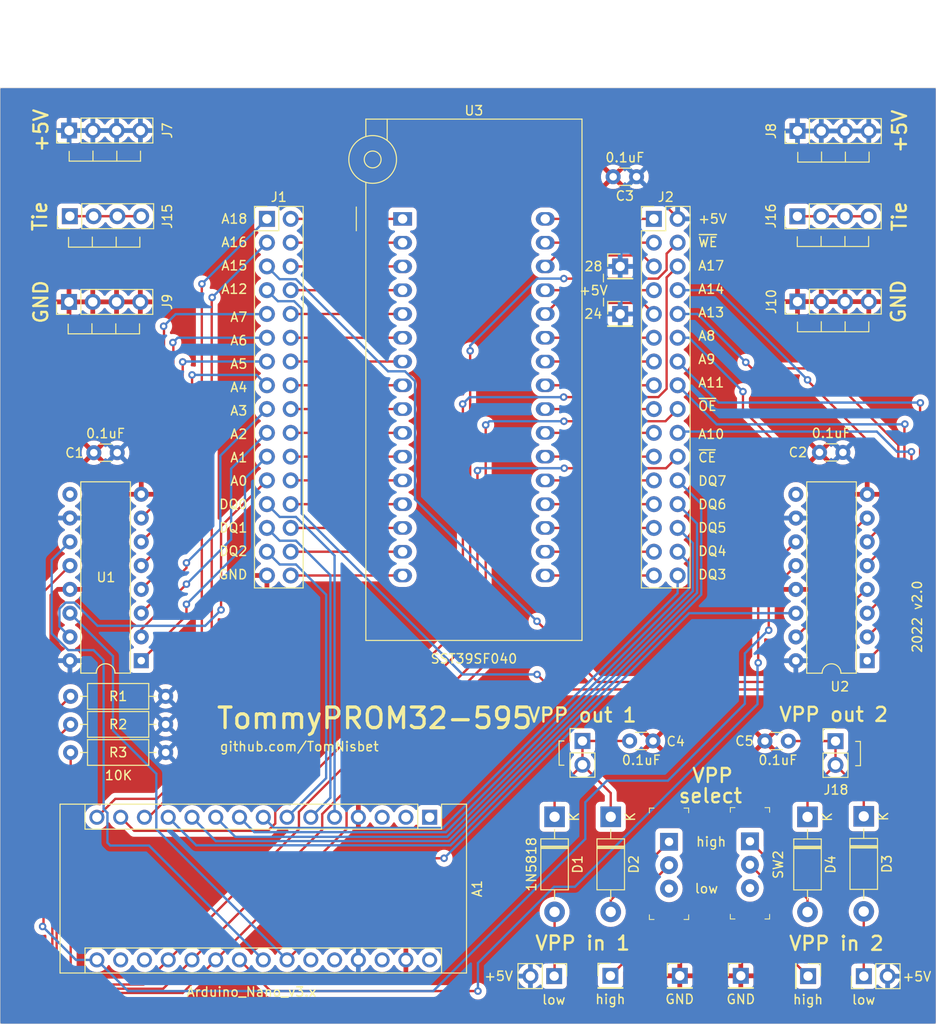
<source format=kicad_pcb>
(kicad_pcb (version 20240108) (generator "pcbnew") (generator_version "8.0")
  (layers (0 "F.Cu" signal) (31 "B.Cu" signal) (36 "B.SilkS" user "B.Silkscreen") (37 "F.SilkS" user "F.Silkscreen") (38 "B.Mask" user) (39 "F.Mask" user) (44 "Edge.Cuts" user))
  (net 0 "")
  (net 1 "A18")
  (net 3 "A17")
  (net 4 "GND")
  (net 5 "A16")
  (net 7 "DQ7")
  (net 8 "DQ6")
  (net 10 "DQ5")
  (net 12 "DQ4")
  (net 13 "/AD-BIT")
  (net 14 "DQ3")
  (net 15 "/CLK-LO")
  (net 16 "DQ2")
  (net 17 "/CLK-HI")
  (net 18 "DQ1")
  (net 19 "~{OE}")
  (net 20 "DQ0")
  (net 21 "~{CE}")
  (net 22 "~{WE}")
  (net 24 "Net-(A1-D13)")
  (net 29 "Net-(D1-K)")
  (net 30 "Net-(D3-K)")
  (net 31 "Net-(D1-A)")
  (net 32 "Net-(D2-A)")
  (net 33 "Net-(D3-A)")
  (net 34 "Net-(D4-A)")
  (net 35 "Net-(J1-Pin_6)")
  (net 36 "Net-(J1-Pin_4)")
  (net 37 "Net-(J1-Pin_12)")
  (net 38 "A0")
  (net 39 "A1")
  (net 40 "A2")
  (net 41 "A3")
  (net 42 "A4")
  (net 43 "A5")
  (net 44 "A6")
  (net 45 "A7")
  (net 46 "A12")
  (net 47 "A15")
  (net 48 "A14")
  (net 49 "A13")
  (net 50 "A8")
  (net 51 "A9")
  (net 52 "A11")
  (net 53 "A10")
  (net 54 "Net-(J1-Pin_20)")
  (net 55 "Net-(J1-Pin_28)")
  (net 56 "Net-(J1-Pin_22)")
  (net 57 "Net-(J1-Pin_18)")
  (net 58 "Net-(J1-Pin_16)")
  (net 59 "Net-(J1-Pin_14)")
  (net 60 "Net-(J1-Pin_24)")
  (net 61 "Net-(J1-Pin_2)")
  (net 62 "Net-(J1-Pin_30)")
  (net 63 "Net-(J1-Pin_32)")
  (net 64 "Net-(J1-Pin_10)")
  (net 65 "Net-(J1-Pin_8)")
  (net 66 "Net-(J1-Pin_26)")
  (net 67 "Net-(J2-Pin_11)")
  (net 68 "Net-(J2-Pin_13)")
  (net 69 "Net-(J2-Pin_29)")
  (net 70 "Net-(J2-Pin_1)")
  (net 71 "Net-(J2-Pin_23)")
  (net 72 "Net-(J2-Pin_9)")
  (net 73 "Net-(J2-Pin_15)")
  (net 74 "Net-(J2-Pin_7)")
  (net 75 "Net-(J2-Pin_21)")
  (net 76 "Net-(J2-Pin_5)")
  (net 77 "Net-(J2-Pin_3)")
  (net 78 "Net-(J2-Pin_27)")
  (net 79 "Net-(J2-Pin_25)")
  (net 80 "Net-(J2-Pin_17)")
  (net 81 "Net-(J2-Pin_19)")
  (net 82 "Net-(J2-Pin_31)")
  (net 83 "Net-(J5-Pin_1)")
  (net 84 "Net-(J15-Pin_1)")
  (net 85 "Net-(J16-Pin_1)")
  (net 86 "Net-(J17-Pin_1)")
  (net 88 "+5V")
  (footprint "Module:Arduino_Nano" (layer "F.Cu") (at 100.89 112.93 -90)
    (property "Reference" "A1")
    (property "Value" "Arduino_Nano_v3.x")
  )
  (footprint "Capacitor_THT:C_Disc_D3.0mm_W1.6mm_P2.50mm" (layer "F.Cu") (at 145.05 73.95 180)
    (property "Reference" "C2")
    (property "Value" "0.1uF")
  )
  (footprint "Capacitor_THT:C_Disc_D3.0mm_W1.6mm_P2.50mm" (layer "F.Cu") (at 123 44.5 180)
    (property "Reference" "C3")
    (property "Value" "0.1uF")
  )
  (footprint "Capacitor_THT:C_Disc_D3.0mm_W1.6mm_P2.50mm" (layer "F.Cu") (at 67.5 73.98 180)
    (property "Reference" "C1")
    (property "Value" "0.1uF")
  )
  (footprint "Diode_THT:D_DO-41_SOD81_P10.16mm_Horizontal" (layer "F.Cu") (at 114.24 112.88 -90)
    (property "Reference" "D1")
    (property "Value" "1N5818")
  )
  (footprint "Diode_THT:D_DO-41_SOD81_P10.16mm_Horizontal" (layer "F.Cu") (at 120.24 112.88 -90)
    (property "Reference" "D2")
    (property "Value" "1N5818")
  )
  (footprint "Connector_PinHeader_2.54mm:PinHeader_2x16_P2.54mm_Vertical" (layer "F.Cu") (at 83.5 49)
    (property "Reference" "J1")
    (property "Value" "left")
  )
  (footprint "Connector_PinHeader_2.54mm:PinHeader_2x16_P2.54mm_Vertical" (layer "F.Cu") (at 124.85 49)
    (property "Reference" "J2")
    (property "Value" "right")
  )
  (footprint "Connector_PinHeader_2.54mm:PinHeader_1x01_P2.54mm_Vertical" (layer "F.Cu") (at 121.25 54.08)
    (property "Reference" "J3")
    (property "Value" "PWR28")
  )
  (footprint "Connector_PinHeader_2.54mm:PinHeader_1x01_P2.54mm_Vertical" (layer "F.Cu") (at 121.25 59.16)
    (property "Reference" "J4")
    (property "Value" "PWR24")
  )
  (footprint "Connector_PinHeader_2.54mm:PinHeader_1x01_P2.54mm_Vertical" (layer "F.Cu") (at 120.21 129.87)
    (property "Reference" "J5")
    (property "Value" "high")
  )
  (footprint "Connector_PinHeader_2.54mm:PinHeader_1x02_P2.54mm_Vertical" (layer "F.Cu") (at 114.2 129.9 -90)
    (property "Reference" "J6")
    (property "Value" "low")
  )
  (footprint "Connector_PinHeader_2.54mm:PinHeader_1x04_P2.54mm_Vertical" (layer "F.Cu") (at 62.36 39.56 90)
    (property "Reference" "J7")
    (property "Value" "+5V")
  )
  (footprint "Connector_PinHeader_2.54mm:PinHeader_1x04_P2.54mm_Vertical" (layer "F.Cu") (at 140.2 39.61 90)
    (property "Reference" "J8")
    (property "Value" "+5V")
  )
  (footprint "Connector_PinHeader_2.54mm:PinHeader_1x04_P2.54mm_Vertical" (layer "F.Cu") (at 62.35 57.87 90)
    (property "Reference" "J9")
    (property "Value" "GND")
  )
  (footprint "Connector_PinHeader_2.54mm:PinHeader_1x04_P2.54mm_Vertical" (layer "F.Cu") (at 140.2 57.84 90)
    (property "Reference" "J10")
    (property "Value" "GND")
  )
  (footprint "Resistor_THT:R_Axial_DIN0207_L6.3mm_D2.5mm_P10.16mm_Horizontal" (layer "F.Cu") (at 72.68 103.01 180)
    (property "Reference" "R2")
    (property "Value" "10K")
  )
  (footprint "Resistor_THT:R_Axial_DIN0207_L6.3mm_D2.5mm_P10.16mm_Horizontal" (layer "F.Cu") (at 72.68 106.01 180)
    (property "Reference" "R3")
    (property "Value" "10K")
  )
  (footprint "digikey-footprints:Switch_Slide_11.6x4mm_EG1218" (layer "F.Cu") (at 126.47 115.55 -90)
    (property "Reference" "SW1")
    (property "Value" "SW_SPDT")
  )
  (footprint "Socket:DIP_Socket-32_W11.9_W12.7_W15.24_W17.78_W18.5_3M_232-1285-00-0602J" (layer "F.Cu") (at 98 49)
    (property "Reference" "U3")
    (property "Value" "SST39SF040")
  )
  (footprint "Resistor_THT:R_Axial_DIN0207_L6.3mm_D2.5mm_P10.16mm_Horizontal" (layer "F.Cu") (at 72.68 100.01 180)
    (property "Reference" "R1")
    (property "Value" "10K")
  )
  (footprint "Connector_PinHeader_2.54mm:PinHeader_1x01_P2.54mm_Vertical" (layer "F.Cu") (at 127.62 129.87)
    (property "Reference" "J14")
    (property "Value" "GND")
  )
  (footprint "Connector_PinHeader_2.54mm:PinHeader_1x02_P2.54mm_Vertical" (layer "F.Cu") (at 117.22 104.78)
    (property "Reference" "J11")
    (property "Value" "VPP out 1")
  )
  (footprint "Connector_PinHeader_2.54mm:PinHeader_1x04_P2.54mm_Vertical" (layer "F.Cu") (at 62.44 48.715 90)
    (property "Reference" "J15")
    (property "Value" "Tie")
  )
  (footprint "Diode_THT:D_DO-41_SOD81_P10.16mm_Horizontal" (layer "F.Cu") (at 141.27 112.89 -90)
    (property "Reference" "D4")
    (property "Value" "1N5818")
  )
  (footprint "Connector_PinHeader_2.54mm:PinHeader_1x02_P2.54mm_Vertical" (layer "F.Cu") (at 147.29 129.91 90)
    (property "Reference" "J13")
    (property "Value" "low")
  )
  (footprint "Connector_PinHeader_2.54mm:PinHeader_1x01_P2.54mm_Vertical" (layer "F.Cu") (at 141.33 129.9 -90)
    (property "Reference" "J17")
    (property "Value" "high")
  )
  (footprint "digikey-footprints:Switch_Slide_11.6x4mm_EG1218" (layer "F.Cu") (at 135.12 115.5 -90)
    (property "Reference" "SW2")
    (property "Value" "SW_SPDT")
  )
  (footprint "Diode_THT:D_DO-41_SOD81_P10.16mm_Horizontal" (layer "F.Cu") (at 147.28 112.83 -90)
    (property "Reference" "D3")
    (property "Value" "1N5818")
  )
  (footprint "Connector_PinHeader_2.54mm:PinHeader_1x02_P2.54mm_Vertical" (layer "F.Cu") (at 144.26 104.8)
    (property "Reference" "J18")
    (property "Value" "VPP out 2")
  )
  (footprint "Capacitor_THT:C_Disc_D3.0mm_W1.6mm_P2.50mm" (layer "F.Cu") (at 122.26 104.78)
    (property "Reference" "C4")
    (property "Value" "0.1uF")
  )
  (footprint "Capacitor_THT:C_Disc_D3.0mm_W1.6mm_P2.50mm" (layer "F.Cu") (at 139.22 104.79 180)
    (property "Reference" "C5")
    (property "Value" "0.1uF")
  )
  (footprint "Connector_PinHeader_2.54mm:PinHeader_1x01_P2.54mm_Vertical" (layer "F.Cu") (at 134.14 129.87)
    (property "Reference" "J19")
    (property "Value" "GND")
  )
  (footprint "Connector_PinHeader_2.54mm:PinHeader_1x04_P2.54mm_Vertical" (layer "F.Cu") (at 140.19 48.725 90)
    (property "Reference" "J16")
    (property "Value" "Tie")
  )
  (footprint "Package_DIP:DIP-16_W7.62mm" (layer "F.Cu") (at 147.645 96.205 180)
    (property "Reference" "U2")
    (property "Value" "74HC595")
  )
  (footprint "Package_DIP:DIP-16_W7.62mm" (layer "F.Cu") (at 70.07 96.2 180)
    (property "Reference" "U1")
    (property "Value" "74HC595")
  )
  (gr_line (start 119.47 57.47) (end 119.47 58.31) (stroke (width 0.12)) (layer "F.SilkS"))
  (gr_line (start 146.41 107.42) (end 146.93 107.42) (stroke (width 0.12)) (layer "F.SilkS"))
  (gr_line (start 146.92 104.83) (end 146.41 104.83) (stroke (width 0.12)) (layer "F.SilkS"))
  (gr_line (start 146.93 107.42) (end 146.92 104.83) (stroke (width 0.12)) (layer "F.SilkS"))
  (gr_line (start 145.29 61.06) (end 145.29 59.99) (stroke (width 0.12)) (layer "F.SilkS"))
  (gr_line (start 142.74 61.05) (end 142.74 59.98) (stroke (width 0.12)) (layer "F.SilkS"))
  (gr_line (start 147.8 51.95) (end 147.8 50.88) (stroke (width 0.12)) (layer "F.SilkS"))
  (gr_line (start 145.27 51.95) (end 145.27 50.88) (stroke (width 0.12)) (layer "F.SilkS"))
  (gr_line (start 140.18 51.95) (end 147.8 51.95) (stroke (width 0.12)) (layer "F.SilkS"))
  (gr_line (start 140.18 50.91) (end 140.18 51.95) (stroke (width 0.12)) (layer "F.SilkS"))
  (gr_line (start 142.72 51.94) (end 142.72 50.87) (stroke (width 0.12)) (layer "F.SilkS"))
  (gr_line (start 140.23 41.89) (end 140.23 42.93) (stroke (width 0.12)) (layer "F.SilkS"))
  (gr_line (start 145.32 42.93) (end 145.32 41.86) (stroke (width 0.12)) (layer "F.SilkS"))
  (gr_line (start 142.77 42.92) (end 142.77 41.85) (stroke (width 0.12)) (layer "F.SilkS"))
  (gr_line (start 140.23 42.93) (end 147.85 42.93) (stroke (width 0.12)) (layer "F.SilkS"))
  (gr_line (start 147.85 42.93) (end 147.85 41.86) (stroke (width 0.12)) (layer "F.SilkS"))
  (gr_line (start 62.37 41.79) (end 62.37 42.83) (stroke (width 0.12)) (layer "F.SilkS"))
  (gr_line (start 64.91 42.82) (end 64.91 41.75) (stroke (width 0.12)) (layer "F.SilkS"))
  (gr_line (start 69.99 42.83) (end 69.99 41.76) (stroke (width 0.12)) (layer "F.SilkS"))
  (gr_line (start 67.46 42.83) (end 67.46 41.76) (stroke (width 0.12)) (layer "F.SilkS"))
  (gr_line (start 62.37 42.83) (end 69.99 42.83) (stroke (width 0.12)) (layer "F.SilkS"))
  (gr_line (start 62.3 50.98) (end 62.3 52.02) (stroke (width 0.12)) (layer "F.SilkS"))
  (gr_line (start 69.92 52.02) (end 69.92 50.95) (stroke (width 0.12)) (layer "F.SilkS"))
  (gr_line (start 64.84 52.01) (end 64.84 50.94) (stroke (width 0.12)) (layer "F.SilkS"))
  (gr_line (start 67.39 52.02) (end 67.39 50.95) (stroke (width 0.12)) (layer "F.SilkS"))
  (gr_line (start 62.3 52.02) (end 69.92 52.02) (stroke (width 0.12)) (layer "F.SilkS"))
  (gr_line (start 62.26 61.28) (end 69.88 61.28) (stroke (width 0.12)) (layer "F.SilkS"))
  (gr_line (start 67.35 61.28) (end 67.35 60.21) (stroke (width 0.12)) (layer "F.SilkS"))
  (gr_line (start 69.88 61.28) (end 69.88 60.21) (stroke (width 0.12)) (layer "F.SilkS"))
  (gr_line (start 64.8 61.27) (end 64.8 60.2) (stroke (width 0.12)) (layer "F.SilkS"))
  (gr_line (start 62.26 60.24) (end 62.26 61.28) (stroke (width 0.12)) (layer "F.SilkS"))
  (gr_line (start 114.72 104.78) (end 114.73 107.37) (stroke (width 0.12)) (layer "F.SilkS"))
  (gr_line (start 114.73 107.37) (end 115.24 107.37) (stroke (width 0.12)) (layer "F.SilkS"))
  (gr_line (start 140.2 61.06) (end 147.82 61.06) (stroke (width 0.12)) (layer "F.SilkS"))
  (gr_line (start 140.2 60.02) (end 140.2 61.06) (stroke (width 0.12)) (layer "F.SilkS"))
  (gr_line (start 115.24 104.78) (end 114.72 104.78) (stroke (width 0.12)) (layer "F.SilkS"))
  (gr_line (start 147.82 61.06) (end 147.82 59.99) (stroke (width 0.12)) (layer "F.SilkS"))
  (gr_line (start 119.46 54.9) (end 119.46 55.74) (stroke (width 0.12)) (layer "F.SilkS"))
  (gr_line (start 155 35) (end 55 35) (stroke (width 0.05)) (layer "Edge.Cuts"))
  (gr_line (start 155 135) (end 155 35) (stroke (width 0.05)) (layer "Edge.Cuts"))
  (gr_line (start 55 135) (end 155 135) (stroke (width 0.05)) (layer "Edge.Cuts"))
  (gr_line (start 55 35) (end 55 135) (stroke (width 0.05)) (layer "Edge.Cuts"))
  (gr_text "+5V" (at 129.5 49 0) (layer "F.SilkS") (effects (font (size 1 1)) (justify left)))
  (gr_text "~{WE}" (at 129.5 51.5 0) (layer "F.SilkS") (effects (font (size 1 1)) (justify left)))
  (gr_text "A17" (at 129.5 54 0) (layer "F.SilkS") (effects (font (size 1 1)) (justify left)))
  (gr_text "A14" (at 129.5 56.5 0) (layer "F.SilkS") (effects (font (size 1 1)) (justify left)))
  (gr_text "A13" (at 129.5 59 0) (layer "F.SilkS") (effects (font (size 1 1)) (justify left)))
  (gr_text "A8" (at 129.5 61.5 0) (layer "F.SilkS") (effects (font (size 1 1)) (justify left)))
  (gr_text "A9" (at 129.5 64 0) (layer "F.SilkS") (effects (font (size 1 1)) (justify left)))
  (gr_text "A11" (at 129.5 66.5 0) (layer "F.SilkS") (effects (font (size 1 1)) (justify left)))
  (gr_text "~{OE}" (at 129.5 69 0) (layer "F.SilkS") (effects (font (size 1 1)) (justify left)))
  (gr_text "A10" (at 129.5 72 0) (layer "F.SilkS") (effects (font (size 1 1)) (justify left)))
  (gr_text "~{CE}" (at 129.5 74.5 0) (layer "F.SilkS") (effects (font (size 1 1)) (justify left)))
  (gr_text "DQ7" (at 129.5 77 0) (layer "F.SilkS") (effects (font (size 1 1)) (justify left)))
  (gr_text "DQ4" (at 129.5 84.5 0) (layer "F.SilkS") (effects (font (size 1 1)) (justify left)))
  (gr_text "DQ5" (at 129.5 82 0) (layer "F.SilkS") (effects (font (size 1 1)) (justify left)))
  (gr_text "DQ6" (at 129.5 79.5 0) (layer "F.SilkS") (effects (font (size 1 1)) (justify left)))
  (gr_text "DQ2" (at 81.5 84.5 0) (layer "F.SilkS") (effects (font (size 1 1)) (justify right)))
  (gr_text "DQ1" (at 81.5 82 0) (layer "F.SilkS") (effects (font (size 1 1)) (justify right)))
  (gr_text "DQ0" (at 81.5 79.5 0) (layer "F.SilkS") (effects (font (size 1 1)) (justify right)))
  (gr_text "A0" (at 81.5 77 0) (layer "F.SilkS") (effects (font (size 1 1)) (justify right)))
  (gr_text "A1" (at 81.5 74.5 0) (layer "F.SilkS") (effects (font (size 1 1)) (justify right)))
  (gr_text "A2" (at 81.5 72 0) (layer "F.SilkS") (effects (font (size 1 1)) (justify right)))
  (gr_text "A3" (at 81.5 69.5 0) (layer "F.SilkS") (effects (font (size 1 1)) (justify right)))
  (gr_text "A4" (at 81.5 67 0) (layer "F.SilkS") (effects (font (size 1 1)) (justify right)))
  (gr_text "A5" (at 81.5 64.5 0) (layer "F.SilkS") (effects (font (size 1 1)) (justify right)))
  (gr_text "A6" (at 81.5 62 0) (layer "F.SilkS") (effects (font (size 1 1)) (justify right)))
  (gr_text "A7" (at 81.5 59.5 0) (layer "F.SilkS") (effects (font (size 1 1)) (justify right)))
  (gr_text "A12" (at 81.5 56.5 0) (layer "F.SilkS") (effects (font (size 1 1)) (justify right)))
  (gr_text "A15" (at 81.5 54 0) (layer "F.SilkS") (effects (font (size 1 1)) (justify right)))
  (gr_text "A16" (at 81.5 51.5 0) (layer "F.SilkS") (effects (font (size 1 1)) (justify right)))
  (gr_text "A18" (at 81.5 49 0) (layer "F.SilkS") (effects (font (size 1 1)) (justify right)))
  (gr_text "VPP in 1" (at 117.24 126.38 0) (layer "F.SilkS") (effects (font (size 1.5 1.5) (thickness 0.25))))
  (gr_text "VPP in 2" (at 144.36 126.41 0) (layer "F.SilkS") (effects (font (size 1.5 1.5) (thickness 0.25))))
  (gr_text "github.com/TomNisbet" (at 86.96 105.38 0) (layer "F.SilkS") (effects (font (size 1 1))))
  (gr_text "DQ3" (at 129.5 87 0) (layer "F.SilkS") (effects (font (size 1 1)) (justify left)))
  (gr_text "GND" (at 81.5 87 0) (layer "F.SilkS") (effects (font (size 1 1)) (justify right)))
  (gr_text "TommyPROM32-595" (at 77.96 102.35 0) (layer "F.SilkS") (effects (font (size 2.2 2.2) (thickness 0.35)) (justify left)))
  (gr_text "2022 v2.0" (at 153 91.5 90) (layer "F.SilkS") (effects (font (size 1 1))))
  (segment (start 67.3 110.96) (end 71.74359 110.96) (width 0.25) (layer "F.Cu") (net 1))
  (segment (start 76.539989 106.163601) (end 76.539989 55.960011) (width 0.25) (layer "F.Cu") (net 1))
  (segment (start 76.539989 55.960011) (end 76.555 55.945) (width 0.25) (layer "F.Cu") (net 1))
  (segment (start 65.33 112.93) (end 67.3 110.96) (width 0.25) (layer "F.Cu") (net 1))
  (segment (start 71.74359 110.96) (end 76.539989 106.163601) (width 0.25) (layer "F.Cu") (net 1))
  (via (at 76.555 55.945) (size 0.8) (drill 0.4) (layers "F.Cu" "B.Cu") (net 1))
  (segment (start 76.555 55.945) (end 83.5 49) (width 0.25) (layer "B.Cu") (net 1))
  (segment (start 126.214999 67.154003) (end 126.214999 55.255001) (width 0.25) (layer "F.Cu") (net 3))
  (segment (start 67.87 112.93) (end 69.32 114.38) (width 0.25) (layer "F.Cu") (net 3))
  (segment (start 84.39 112.32) (end 104.439998 92.270002) (width 0.25) (layer "F.Cu") (net 3))
  (segment (start 69.32 114.38) (end 83.61 114.38) (width 0.25) (layer "F.Cu") (net 3))
  (segment (start 104.439998 68.780002) (end 104.44 68.78) (width 0.25) (layer "F.Cu") (net 3))
  (segment (start 84.39 113.6) (end 84.39 112.32) (width 0.25) (layer "F.Cu") (net 3))
  (segment (start 104.439998 92.270002) (end 104.439998 68.780002) (width 0.25) (layer "F.Cu") (net 3))
  (segment (start 126.214999 55.255001) (end 127.39 54.08) (width 0.25) (layer "F.Cu") (net 3))
  (segment (start 115.21 68.04) (end 125.329002 68.04) (width 0.25) (layer "F.Cu") (net 3))
  (segment (start 125.329002 68.04) (end 126.214999 67.154003) (width 0.25) (layer "F.Cu") (net 3))
  (segment (start 83.61 114.38) (end 84.39 113.6) (width 0.25) (layer "F.Cu") (net 3))
  (via (at 115.21 68.04) (size 0.8) (drill 0.4) (layers "F.Cu" "B.Cu") (net 3))
  (via (at 104.42 68.78) (size 0.8) (drill 0.4) (layers "F.Cu" "B.Cu") (net 3))
  (segment (start 105.15 68.05) (end 104.42 68.78) (width 0.25) (layer "B.Cu") (net 3))
  (segment (start 115.13 68.05) (end 105.15 68.05) (width 0.25) (layer "B.Cu") (net 3))
  (segment (start 77.6 57.44) (end 77.6 106.175) (width 0.25) (layer "F.Cu") (net 5))
  (segment (start 70.845 112.93) (end 70.41 112.93) (width 0.25) (layer "F.Cu") (net 5))
  (segment (start 77.6 106.175) (end 70.845 112.93) (width 0.25) (layer "F.Cu") (net 5))
  (segment (start 77.645 57.395) (end 77.6 57.44) (width 0.25) (layer "F.Cu") (net 5))
  (via (at 77.645 57.395) (size 0.8) (drill 0.4) (layers "F.Cu" "B.Cu") (net 5))
  (segment (start 77.645 57.395) (end 83.5 51.54) (width 0.25) (layer "B.Cu") (net 5))
  (segment (start 129.915028 88.223207) (end 129.915028 89.134972) (width 0.25) (layer "B.Cu") (net 7))
  (segment (start 129.915034 88.223201) (end 129.915028 88.223207) (width 0.25) (layer "B.Cu") (net 7))
  (segment (start 129.915028 79.465028) (end 129.915028 85.976793) (width 0.25) (layer "B.Cu") (net 7))
  (segment (start 129.915034 85.976799) (end 129.915034 88.223201) (width 0.25) (layer "B.Cu") (net 7))
  (segment (start 129.915028 85.976793) (end 129.915034 85.976799) (width 0.25) (layer "B.Cu") (net 7))
  (segment (start 129.915028 89.134972) (end 103.124959 115.925041) (width 0.25) (layer "B.Cu") (net 7))
  (segment (start 75.945041 115.925041) (end 72.95 112.93) (width 0.25) (layer "B.Cu") (net 7))
  (segment (start 127.39 76.94) (end 129.915028 79.465028) (width 0.25) (layer "B.Cu") (net 7))
  (segment (start 103.124959 115.925041) (end 75.945041 115.925041) (width 0.25) (layer "B.Cu") (net 7))
  (segment (start 102.938559 115.47503) (end 78.03503 115.47503) (width 0.25) (layer "B.Cu") (net 8))
  (segment (start 78.03503 115.47503) (end 75.49 112.93) (width 0.25) (layer "B.Cu") (net 8))
  (segment (start 129.465017 81.555017) (end 129.465017 88.948572) (width 0.25) (layer "B.Cu") (net 8))
  (segment (start 127.39 79.48) (end 129.465017 81.555017) (width 0.25) (layer "B.Cu") (net 8))
  (segment (start 129.465017 88.948572) (end 102.938559 115.47503) (width 0.25) (layer "B.Cu") (net 8))
  (segment (start 129.015006 83.645006) (end 129.015006 88.762172) (width 0.25) (layer "B.Cu") (net 10))
  (segment (start 129.015006 88.762172) (end 102.752159 115.025019) (width 0.25) (layer "B.Cu") (net 10))
  (segment (start 127.39 82.02) (end 129.015006 83.645006) (width 0.25) (layer "B.Cu") (net 10))
  (segment (start 102.752159 115.025019) (end 80.125019 115.025019) (width 0.25) (layer "B.Cu") (net 10))
  (segment (start 80.125019 115.025019) (end 78.03 112.93) (width 0.25) (layer "B.Cu") (net 10))
  (segment (start 127.39 84.56) (end 128.565001 85.735001) (width 0.25) (layer "B.Cu") (net 12))
  (segment (start 128.565001 88.575766) (end 102.620767 114.52) (width 0.25) (layer "B.Cu") (net 12))
  (segment (start 128.565001 85.735001) (end 128.565001 88.575766) (width 0.25) (layer "B.Cu") (net 12))
  (segment (start 82.16 114.52) (end 80.57 112.93) (width 0.25) (layer "B.Cu") (net 12))
  (segment (start 102.620767 114.52) (end 82.16 114.52) (width 0.25) (layer "B.Cu") (net 12))
  (segment (start 96.51 117.31) (end 85.65 128.17) (width 0.25) (layer "F.Cu") (net 13))
  (segment (start 102.43 117.31) (end 96.51 117.31) (width 0.25) (layer "F.Cu") (net 13))
  (via (at 102.43 117.31) (size 0.8) (drill 0.4) (layers "F.Cu" "B.Cu") (net 13))
  (segment (start 71.68 114.2) (end 71.68 108.28) (width 0.25) (layer "B.Cu") (net 13))
  (segment (start 67.05 103.65) (end 67.05 95.72) (width 0.25) (layer "B.Cu") (net 13))
  (segment (start 67.05 95.72) (end 62.45 91.12) (width 0.25) (layer "B.Cu") (net 13))
  (segment (start 128.615 91.125) (end 102.43 117.31) (width 0.25) (layer "B.Cu") (net 13))
  (segment (start 71.68 108.28) (end 67.05 103.65) (width 0.25) (layer "B.Cu") (net 13))
  (segment (start 140.025 91.125) (end 128.615 91.125) (width 0.25) (layer "B.Cu") (net 13))
  (segment (start 85.65 128.17) (end 71.68 114.2) (width 0.25) (layer "B.Cu") (net 13))
  (segment (start 84.249991 114.069991) (end 83.11 112.93) (width 0.25) (layer "B.Cu") (net 14))
  (segment (start 127.39 88.99) (end 102.310009 114.069991) (width 0.25) (layer "B.Cu") (net 14))
  (segment (start 127.39 87.1) (end 127.39 88.99) (width 0.25) (layer "B.Cu") (net 14))
  (segment (start 102.310009 114.069991) (end 84.249991 114.069991) (width 0.25) (layer "B.Cu") (net 14))
  (segment (start 81.43 126.49) (end 83.11 128.17) (width 0.25) (layer "B.Cu") (net 15))
  (segment (start 66.759009 115.95) (end 70.9 115.95) (width 0.25) (layer "B.Cu") (net 15))
  (segment (start 66.455 112.464009) (end 66.455 115.645991) (width 0.25) (layer "B.Cu") (net 15))
  (segment (start 64.975 95.075) (end 66.05 96.15) (width 0.25) (layer "B.Cu") (net 15))
  (segment (start 62.274009 95.075) (end 64.975 95.075) (width 0.25) (layer "B.Cu") (net 15))
  (segment (start 66.05 96.15) (end 66.05 112.059009) (width 0.25) (layer "B.Cu") (net 15))
  (segment (start 81.43 126.48) (end 81.43 126.49) (width 0.25) (layer "B.Cu") (net 15))
  (segment (start 66.455 115.645991) (end 66.759009 115.95) (width 0.25) (layer "B.Cu") (net 15))
  (segment (start 60.5 93.300991) (end 62.274009 95.075) (width 0.25) (layer "B.Cu") (net 15))
  (segment (start 66.05 112.059009) (end 66.455 112.464009) (width 0.25) (layer "B.Cu") (net 15))
  (segment (start 70.9 115.95) (end 81.43 126.48) (width 0.25) (layer "B.Cu") (net 15))
  (segment (start 62.45 83.5) (end 60.5 85.45) (width 0.25) (layer "B.Cu") (net 15))
  (segment (start 60.5 85.45) (end 60.5 93.300991) (width 0.25) (layer "B.Cu") (net 15))
  (segment (start 89.829978 89.150976) (end 86.604001 85.924999) (width 0.25) (layer "B.Cu") (net 16))
  (segment (start 85.65 112.93) (end 89.829978 108.750022) (width 0.25) (layer "B.Cu") (net 16))
  (segment (start 86.604001 85.924999) (end 84.864999 85.924999) (width 0.25) (layer "B.Cu") (net 16))
  (segment (start 84.864999 85.924999) (end 83.5 84.56) (width 0.25) (layer "B.Cu") (net 16))
  (segment (start 89.829978 108.750022) (end 89.829978 89.150976) (width 0.25) (layer "B.Cu") (net 16))
  (segment (start 80.57 128.17) (end 83.9 131.5) (width 0.25) (layer "F.Cu") (net 17))
  (segment (start 136 87.53) (end 140.025 83.505) (width 0.25) (layer "F.Cu") (net 17))
  (segment (start 136 96.425) (end 136 87.53) (width 0.25) (layer "F.Cu") (net 17))
  (segment (start 83.9 131.5) (end 106.050002 131.5) (width 0.25) (layer "F.Cu") (net 17))
  (via (at 136 96.425) (size 0.8) (drill 0.4) (layers "F.Cu" "B.Cu") (net 17))
  (via (at 106.050002 131.5) (size 0.8) (drill 0.4) (layers "F.Cu" "B.Cu") (net 17))
  (segment (start 135.925 100.845) (end 135.925 96.5) (width 0.25) (layer "B.Cu") (net 17))
  (segment (start 116.41 120.36) (end 135.925 100.845) (width 0.25) (layer "B.Cu") (net 17))
  (segment (start 114.19 120.36) (end 116.41 120.36) (width 0.25) (layer "B.Cu") (net 17))
  (segment (start 106.050002 128.499998) (end 114.19 120.36) (width 0.25) (layer "B.Cu") (net 17))
  (segment (start 106.050002 131.5) (end 106.050002 128.499998) (width 0.25) (layer "B.Cu") (net 17))
  (segment (start 135.925 96.5) (end 136 96.425) (width 0.25) (layer "B.Cu") (net 17))
  (segment (start 84.864999 83.384999) (end 83.5 82.02) (width 0.25) (layer "B.Cu") (net 18))
  (segment (start 90.279989 87.060987) (end 86.604001 83.384999) (width 0.25) (layer "B.Cu") (net 18))
  (segment (start 86.604001 83.384999) (end 84.864999 83.384999) (width 0.25) (layer "B.Cu") (net 18))
  (segment (start 90.279989 110.840011) (end 90.279989 87.060987) (width 0.25) (layer "B.Cu") (net 18))
  (segment (start 88.19 112.93) (end 90.279989 110.840011) (width 0.25) (layer "B.Cu") (net 18))
  (segment (start 78.03 128.17) (end 74.499978 131.700022) (width 0.25) (layer "F.Cu") (net 19))
  (segment (start 74.499978 131.700022) (end 63.3772 131.700022) (width 0.25) (layer "F.Cu") (net 19))
  (segment (start 106.88 96.545) (end 106.88 71.02) (width 0.25) (layer "F.Cu") (net 19))
  (segment (start 60.57 101.96) (end 61.720001 100.809999) (width 0.25) (layer "F.Cu") (net 19))
  (segment (start 78.03 128.17) (end 92.01 114.19) (width 0.25) (layer "F.Cu") (net 19))
  (segment (start 92.01 114.19) (end 92.01 111.415) (width 0.25) (layer "F.Cu") (net 19))
  (segment (start 92.01 111.415) (end 106.88 96.545) (width 0.25) (layer "F.Cu") (net 19))
  (segment (start 60.57 128.892822) (end 60.57 101.96) (width 0.25) (layer "F.Cu") (net 19))
  (segment (start 63.3772 131.700022) (end 60.57 128.892822) (width 0.25) (layer "F.Cu") (net 19))
  (segment (start 126.089999 70.620001) (end 127.39 69.32) (width 0.25) (layer "F.Cu") (net 19))
  (segment (start 115.239999 70.620001) (end 126.089999 70.620001) (width 0.25) (layer "F.Cu") (net 19))
  (segment (start 61.720001 100.809999) (end 62.52 100.01) (width 0.25) (layer "F.Cu") (net 19))
  (via (at 106.88 71.02) (size 0.8) (drill 0.4) (layers "F.Cu" "B.Cu") (net 19))
  (via (at 115.239999 70.620001) (size 0.8) (drill 0.4) (layers "F.Cu" "B.Cu") (net 19))
  (segment (start 115.239999 70.620001) (end 107.279999 70.620001) (width 0.25) (layer "B.Cu") (net 19))
  (segment (start 107.279999 70.620001) (end 106.88 71.02) (width 0.25) (layer "B.Cu") (net 19))
  (segment (start 90.73 112.93) (end 90.73 84.970998) (width 0.25) (layer "B.Cu") (net 20))
  (segment (start 86.604001 80.844999) (end 84.864999 80.844999) (width 0.25) (layer "B.Cu") (net 20))
  (segment (start 90.73 84.970998) (end 86.604001 80.844999) (width 0.25) (layer "B.Cu") (net 20))
  (segment (start 84.864999 80.844999) (end 83.5 79.48) (width 0.25) (layer "B.Cu") (net 20))
  (segment (start 115.27 75.64) (end 126.15 75.64) (width 0.25) (layer "F.Cu") (net 21))
  (segment (start 89.41 112.584998) (end 106 95.994998) (width 0.25) (layer "F.Cu") (net 21))
  (segment (start 89.41 114.25) (end 89.41 112.584998) (width 0.25) (layer "F.Cu") (net 21))
  (segment (start 62.52 103.09) (end 62.52 103.01) (width 0.25) (layer "F.Cu") (net 21))
  (segment (start 75.49 128.17) (end 89.41 114.25) (width 0.25) (layer "F.Cu") (net 21))
  (segment (start 106 95.994998) (end 106 75.89) (width 0.25) (layer "F.Cu") (net 21))
  (segment (start 126.15 75.64) (end 127.39 74.4) (width 0.25) (layer "F.Cu") (net 21))
  (segment (start 72.409989 131.250011) (end 63.5636 131.250011) (width 0.25) (layer "F.Cu") (net 21))
  (segment (start 63.5636 131.250011) (end 61.03 128.716411) (width 0.25) (layer "F.Cu") (net 21))
  (segment (start 61.03 128.716411) (end 61.03 104.5) (width 0.25) (layer "F.Cu") (net 21))
  (segment (start 61.03 104.5) (end 62.52 103.01) (width 0.25) (layer "F.Cu") (net 21))
  (segment (start 75.49 128.17) (end 72.409989 131.250011) (width 0.25) (layer "F.Cu") (net 21))
  (via (at 106 75.89) (size 0.8) (drill 0.4) (layers "F.Cu" "B.Cu") (net 21))
  (via (at 115.27 75.64) (size 0.8) (drill 0.4) (layers "F.Cu" "B.Cu") (net 21))
  (segment (start 115.27 75.64) (end 106.25 75.64) (width 0.25) (layer "B.Cu") (net 21))
  (segment (start 106.25 75.64) (end 106 75.89) (width 0.25) (layer "B.Cu") (net 21))
  (segment (start 105.22 94.05) (end 105.22 68.423002) (width 0.25) (layer "F.Cu") (net 22))
  (segment (start 70.32 130.8) (end 63.75 130.8) (width 0.25) (layer "F.Cu") (net 22))
  (segment (start 72.95 128.17) (end 86.92 114.2) (width 0.25) (layer "F.Cu") (net 22))
  (segment (start 86.92 112.35) (end 105.22 94.05) (width 0.25) (layer "F.Cu") (net 22))
  (segment (start 125.289002 55.38) (end 115.23 55.38) (width 0.25) (layer "F.Cu") (net 22))
  (segment (start 86.92 114.2) (end 86.92 112.35) (width 0.25) (layer "F.Cu") (net 22))
  (segment (start 62.52 106.17) (end 62.52 106.01) (width 0.25) (layer "F.Cu") (net 22))
  (segment (start 62.53 106.02) (end 62.52 106.01) (width 0.25) (layer "F.Cu") (net 22))
  (segment (start 62.53 129.58) (end 62.53 106.02) (width 0.25) (layer "F.Cu") (net 22))
  (segment (start 72.95 128.17) (end 70.32 130.8) (width 0.25) (layer "F.Cu") (net 22))
  (segment (start 63.75 130.8) (end 62.53 129.58) (width 0.25) (layer "F.Cu") (net 22))
  (segment (start 126.214999 52.715001) (end 126.214999 54.454003) (width 0.25) (layer "F.Cu") (net 22))
  (segment (start 126.214999 54.454003) (end 125.289002 55.38) (width 0.25) (layer "F.Cu") (net 22))
  (segment (start 127.39 51.54) (end 126.214999 52.715001) (width 0.25) (layer "F.Cu") (net 22))
  (segment (start 105.22 68.423002) (end 105.22 63.1) (width 0.25) (layer "F.Cu") (net 22))
  (via (at 115.23 55.38) (size 0.8) (drill 0.4) (layers "F.Cu" "B.Cu") (net 22))
  (via (at 105.22 63.1) (size 0.8) (drill 0.4) (layers "F.Cu" "B.Cu") (net 22))
  (segment (start 105.22 62.534315) (end 112.374315 55.38) (width 0.25) (layer "B.Cu") (net 22))
  (segment (start 105.22 63.1) (end 105.22 62.534315) (width 0.25) (layer "B.Cu") (net 22))
  (segment (start 112.374315 55.38) (end 115.23 55.38) (width 0.25) (layer "B.Cu") (net 22))
  (segment (start 137.125 88.945) (end 140.025 86.045) (width 0.25) (layer "F.Cu") (net 24))
  (segment (start 59.625 124.5) (end 59.525 124.6) (width 0.25) (layer "F.Cu") (net 24))
  (segment (start 137.125 92.95) (end 137.125 88.945) (width 0.25) (layer "F.Cu") (net 24))
  (segment (start 59.625 88.865) (end 59.625 124.5) (width 0.25) (layer "F.Cu") (net 24))
  (segment (start 62.45 86.04) (end 59.625 88.865) (width 0.25) (layer "F.Cu") (net 24))
  (via (at 137.125 92.95) (size 0.8) (drill 0.4) (layers "F.Cu" "B.Cu") (net 24))
  (via (at 59.525 124.6) (size 0.8) (drill 0.4) (layers "F.Cu" "B.Cu") (net 24))
  (segment (start 117.525 115.25) (end 117.525 111.325) (width 0.25) (layer "B.Cu") (net 24))
  (segment (start 59.525 124.6) (end 63.095 128.17) (width 0.25) (layer "B.Cu") (net 24))
  (segment (start 65.33 128.17) (end 68.66 131.5) (width 0.25) (layer "B.Cu") (net 24))
  (segment (start 134.575 100.8) (end 134.575 95.425) (width 0.25) (layer "B.Cu") (net 24))
  (segment (start 126.35 109.025) (end 134.575 100.8) (width 0.25) (layer "B.Cu") (net 24))
  (segment (start 117.525 111.325) (end 119.825 109.025) (width 0.25) (layer "B.Cu") (net 24))
  (segment (start 68.66 131.5) (end 101.275 131.5) (width 0.25) (layer "B.Cu") (net 24))
  (segment (start 134.575 95.425) (end 137.1 92.9) (width 0.25) (layer "B.Cu") (net 24))
  (segment (start 119.825 109.025) (end 126.35 109.025) (width 0.25) (layer "B.Cu") (net 24))
  (segment (start 101.275 131.5) (end 117.525 115.25) (width 0.25) (layer "B.Cu") (net 24))
  (segment (start 63.095 128.17) (end 65.33 128.17) (width 0.25) (layer "B.Cu") (net 24))
  (segment (start 114.24 112.88) (end 114.24 110.3) (width 0.25) (layer "F.Cu") (net 29))
  (segment (start 117.22 104.78) (end 122.26 104.78) (width 0.25) (layer "F.Cu") (net 29))
  (segment (start 117.22 107.32) (end 120.24 110.34) (width 0.25) (layer "F.Cu") (net 29))
  (segment (start 120.24 110.34) (end 120.24 112.88) (width 0.25) (layer "F.Cu") (net 29))
  (segment (start 114.24 110.3) (end 117.22 107.32) (width 0.25) (layer "F.Cu") (net 29))
  (segment (start 117.22 107.32) (end 117.22 104.78) (width 0.25) (layer "F.Cu") (net 29))
  (segment (start 147.28 110.36) (end 144.26 107.34) (width 0.25) (layer "F.Cu") (net 30))
  (segment (start 141.27 112.89) (end 141.27 110.33) (width 0.25) (layer "F.Cu") (net 30))
  (segment (start 144.26 104.8) (end 144.26 107.34) (width 0.25) (layer "F.Cu") (net 30))
  (segment (start 139.22 104.79) (end 144.25 104.79) (width 0.25) (layer "F.Cu") (net 30))
  (segment (start 141.27 110.33) (end 144.26 107.34) (width 0.25) (layer "F.Cu") (net 30))
  (segment (start 147.28 112.83) (end 147.28 110.36) (width 0.25) (layer "F.Cu") (net 30))
  (segment (start 144.25 104.79) (end 144.26 104.8) (width 0.25) (layer "F.Cu") (net 30))
  (segment (start 114.24 129.88) (end 114.24 123.04) (width 0.25) (layer "F.Cu") (net 31))
  (segment (start 126.47 115.55) (end 120.24 121.78) (width 0.25) (layer "F.Cu") (net 32))
  (segment (start 120.24 121.78) (end 120.24 123.04) (width 0.25) (layer "F.Cu") (net 32))
  (segment (start 147.28 129.9) (end 147.29 129.91) (width 0.25) (layer "F.Cu") (net 33))
  (segment (start 147.28 122.99) (end 147.28 129.9) (width 0.25) (layer "F.Cu") (net 33))
  (segment (start 135.12 115.5) (end 141.27 121.65) (width 0.25) (layer "F.Cu") (net 34))
  (segment (start 141.27 121.65) (end 141.27 123.05) (width 0.25) (layer "F.Cu") (net 34))
  (segment (start 86.04 54.08) (end 98 54.08) (width 0.25) (layer "F.Cu") (net 35))
  (segment (start 86.04 51.54) (end 98 51.54) (width 0.25) (layer "F.Cu") (net 36))
  (segment (start 86.04 61.7) (end 98 61.7) (width 0.25) (layer "F.Cu") (net 37))
  (segment (start 78.6 90.775) (end 78.6 81.84) (width 0.25) (layer "F.Cu") (net 38))
  (segment (start 78.6 81.84) (end 83.5 76.94) (width 0.25) (layer "F.Cu") (net 38))
  (via (at 78.6 90.775) (size 0.8) (drill 0.4) (layers "F.Cu" "B.Cu") (net 38))
  (segment (start 76.900293 92.474707) (end 65.395698 92.474707) (width 0.25) (layer "B.Cu") (net 38))
  (segment (start 62.915991 89.995) (end 61.984009 89.995) (width 0.25) (layer "B.Cu") (net 38))
  (segment (start 65.395698 92.474707) (end 62.915991 89.995) (width 0.25) (layer "B.Cu") (net 38))
  (segment (start 61.325 92.535) (end 62.45 93.66) (width 0.25) (layer "B.Cu") (net 38))
  (segment (start 61.984009 89.995) (end 61.325 90.654009) (width 0.25) (layer "B.Cu") (net 38))
  (segment (start 61.325 90.654009) (end 61.325 92.535) (width 0.25) (layer "B.Cu") (net 38))
  (segment (start 78.6 90.775) (end 76.900293 92.474707) (width 0.25) (layer "B.Cu") (net 38))
  (segment (start 74.9 91.37) (end 70.07 96.2) (width 0.25) (layer "F.Cu") (net 39))
  (segment (start 74.9 90.175) (end 74.9 91.37) (width 0.25) (layer "F.Cu") (net 39))
  (via (at 74.9 90.175) (size 0.8) (drill 0.4) (layers "F.Cu" "B.Cu") (net 39))
  (segment (start 74.9 90.175) (end 81.125 83.95) (width 0.25) (layer "B.Cu") (net 39))
  (segment (start 81.15 76.75) (end 81.15 83.95) (width 0.25) (layer "B.Cu") (net 39))
  (segment (start 81.125 83.95) (end 81.15 83.95) (width 0.25) (layer "B.Cu") (net 39))
  (segment (start 83.5 74.4) (end 81.15 76.75) (width 0.25) (layer "B.Cu") (net 39))
  (segment (start 74.9 88.025) (end 70.07 92.855) (width 0.25) (layer "F.Cu") (net 40))
  (segment (start 70.07 92.855) (end 70.07 93.66) (width 0.25) (layer "F.Cu") (net 40))
  (via (at 74.9 88.025) (size 0.8) (drill 0.4) (layers "F.Cu" "B.Cu") (net 40))
  (segment (start 79.675 83.25) (end 74.9 88.025) (width 0.25) (layer "B.Cu") (net 40))
  (segment (start 83.5 71.86) (end 79.675 75.685) (width 0.25) (layer "B.Cu") (net 40))
  (segment (start 79.675 75.685) (end 79.675 83.25) (width 0.25) (layer "B.Cu") (net 40))
  (segment (start 74.9 86.29) (end 70.07 91.12) (width 0.25) (layer "F.Cu") (net 41))
  (segment (start 74.9 85.75) (end 74.9 86.29) (width 0.25) (layer "F.Cu") (net 41))
  (via (at 74.9 85.75) (size 0.8) (drill 0.4) (layers "F.Cu" "B.Cu") (net 41))
  (segment (start 78.525 82.125) (end 74.9 85.75) (width 0.25) (layer "B.Cu") (net 41))
  (segment (start 83.5 69.32) (end 78.525 74.295) (width 0.25) (layer "B.Cu") (net 41))
  (segment (start 78.525 74.295) (end 78.525 82.125) (width 0.25) (layer "B.Cu") (net 41))
  (segment (start 70.12 88.54) (end 75.5 83.16) (width 0.25) (layer "F.Cu") (net 42))
  (segment (start 75.5 83.16) (end 75.5 65.669998) (width 0.25) (layer "F.Cu") (net 42))
  (via (at 75.5 65.669998) (size 0.8) (drill 0.4) (layers "F.Cu" "B.Cu") (net 42))
  (segment (start 83.5 66.78) (end 82.39 65.67) (width 0.25) (layer "B.Cu") (net 42))
  (segment (start 82.39 65.67) (end 75.500002 65.67) (width 0.25) (layer "B.Cu") (net 42))
  (segment (start 75.500002 65.67) (end 75.5 65.669998) (width 0.25) (layer "B.Cu") (net 42))
  (segment (start 74.5 81.62) (end 74.5 64.279994) (width 0.25) (layer "F.Cu") (net 43))
  (segment (start 70.12 86) (end 74.5 81.62) (width 0.25) (layer "F.Cu") (net 43))
  (via (at 74.5 64.279994) (size 0.8) (drill 0.4) (layers "F.Cu" "B.Cu") (net 43))
  (segment (start 74.539994 64.24) (end 74.5 64.279994) (width 0.25) (layer "B.Cu") (net 43))
  (segment (start 83.5 64.24) (end 74.539994 64.24) (width 0.25) (layer "B.Cu") (net 43))
  (segment (start 73.5 62.26) (end 73.45 62.21) (width 0.25) (layer "F.Cu") (net 44))
  (segment (start 70.12 83.46) (end 73.5 80.08) (width 0.25) (layer "F.Cu") (net 44))
  (segment (start 73.5 80.08) (end 73.5 62.26) (width 0.25) (layer "F.Cu") (net 44))
  (via (at 73.45 62.21) (size 0.8) (drill 0.4) (layers "F.Cu" "B.Cu") (net 44))
  (segment (start 83.5 61.7) (end 73.96 61.7) (width 0.25) (layer "B.Cu") (net 44))
  (segment (start 73.96 61.7) (end 73.45 62.21) (width 0.25) (layer "B.Cu") (net 44))
  (segment (start 72.5 78.54) (end 72.5 60.51) (width 0.25) (layer "F.Cu") (net 45))
  (segment (start 70.12 80.92) (end 72.5 78.54) (width 0.25) (layer "F.Cu") (net 45))
  (segment (start 72.5 60.51) (end 72.46 60.47) (width 0.25) (layer "F.Cu") (net 45))
  (via (at 72.46 60.47) (size 0.8) (drill 0.4) (layers "F.Cu" "B.Cu") (net 45))
  (segment (start 83.5 59.16) (end 83.48 59.18) (width 0.25) (layer "B.Cu") (net 45))
  (segment (start 73.75 59.18) (end 72.46 60.47) (width 0.25) (layer "B.Cu") (net 45))
  (segment (start 83.48 59.18) (end 73.75 59.18) (width 0.25) (layer "B.Cu") (net 45))
  (segment (start 140.975 99.275) (end 113.975 99.275) (width 0.25) (layer "F.Cu") (net 46))
  (segment (start 144.17 91.93) (end 144.17 96.08) (width 0.25) (layer "F.Cu") (net 46))
  (segment (start 113.975 99.275) (end 112.37 97.67) (width 0.25) (layer "F.Cu") (net 46))
  (segment (start 147.6 88.5) (end 144.17 91.93) (width 0.25) (layer "F.Cu") (net 46))
  (segment (start 144.17 96.08) (end 140.975 99.275) (width 0.25) (layer "F.Cu") (net 46))
  (via (at 112.37 97.67) (size 0.8) (drill 0.4) (layers "F.Cu" "B.Cu") (net 46))
  (segment (start 87.215001 58.595999) (end 87.215001 80.475001) (width 0.25) (layer "B.Cu") (net 46))
  (segment (start 86.414003 57.795001) (end 87.215001 58.595999) (width 0.25) (layer "B.Cu") (net 46))
  (segment (start 104.41 97.67) (end 112.37 97.67) (width 0.25) (layer "B.Cu") (net 46))
  (segment (start 84.675001 57.795001) (end 86.414003 57.795001) (width 0.25) (layer "B.Cu") (net 46))
  (segment (start 83.5 56.62) (end 84.675001 57.795001) (width 0.25) (layer "B.Cu") (net 46))
  (segment (start 87.215001 80.475001) (end 104.41 97.67) (width 0.25) (layer "B.Cu") (net 46))
  (segment (start 118.845 98.475) (end 112.36 91.99) (width 0.25) (layer "F.Cu") (net 47))
  (segment (start 143.5 95.6) (end 140.625 98.475) (width 0.25) (layer "F.Cu") (net 47))
  (segment (start 147.6 80.88) (end 143.5 84.98) (width 0.25) (layer "F.Cu") (net 47))
  (segment (start 140.625 98.475) (end 118.845 98.475) (width 0.25) (layer "F.Cu") (net 47))
  (segment (start 143.5 84.98) (end 143.5 95.6) (width 0.25) (layer "F.Cu") (net 47))
  (via (at 112.36 91.99) (size 0.8) (drill 0.4) (layers "F.Cu" "B.Cu") (net 47))
  (segment (start 98.262877 65.28501) (end 99.32501 66.347143) (width 0.25) (layer "B.Cu") (net 47))
  (segment (start 99.32501 66.347143) (end 99.32501 78.95501) (width 0.25) (layer "B.Cu") (net 47))
  (segment (start 96.444012 65.28501) (end 98.262877 65.28501) (width 0.25) (layer "B.Cu") (net 47))
  (segment (start 84.864999 55.444999) (end 86.604001 55.444999) (width 0.25) (layer "B.Cu") (net 47))
  (segment (start 86.604001 55.444999) (end 96.444012 65.28501) (width 0.25) (layer "B.Cu") (net 47))
  (segment (start 83.5 54.08) (end 84.864999 55.444999) (width 0.25) (layer "B.Cu") (net 47))
  (segment (start 99.32501 78.95501) (end 112.36 91.99) (width 0.25) (layer "B.Cu") (net 47))
  (segment (start 150.525 80.495) (end 147.6 83.42) (width 0.25) (layer "F.Cu") (net 48))
  (segment (start 141.275 66.2) (end 141.275 66.275) (width 0.25) (layer "F.Cu") (net 48))
  (segment (start 141.275 66.275) (end 150.525 75.525) (width 0.25) (layer "F.Cu") (net 48))
  (segment (start 150.525 75.525) (end 150.525 80.495) (width 0.25) (layer "F.Cu") (net 48))
  (via (at 141.275 66.2) (size 0.8) (drill 0.4) (layers "F.Cu" "B.Cu") (net 48))
  (segment (start 141.275 66.2) (end 131.695 56.62) (width 0.25) (layer "B.Cu") (net 48))
  (segment (start 131.695 56.62) (end 127.39 56.62) (width 0.25) (layer "B.Cu") (net 48))
  (segment (start 134.675 64.325) (end 135.325 64.975) (width 0.25) (layer "F.Cu") (net 49))
  (segment (start 150.975 73.15) (end 150.975 82.585) (width 0.25) (layer "F.Cu") (net 49))
  (segment (start 142.8 64.975) (end 150.975 73.15) (width 0.25) (layer "F.Cu") (net 49))
  (segment (start 150.975 82.585) (end 147.6 85.96) (width 0.25) (layer "F.Cu") (net 49))
  (segment (start 135.325 64.975) (end 142.8 64.975) (width 0.25) (layer "F.Cu") (net 49))
  (via (at 134.675 64.325) (size 0.8) (drill 0.4) (layers "F.Cu" "B.Cu") (net 49))
  (segment (start 129.51 59.16) (end 127.39 59.16) (width 0.25) (layer "B.Cu") (net 49))
  (segment (start 134.675 64.325) (end 129.51 59.16) (width 0.25) (layer "B.Cu") (net 49))
  (segment (start 134.370152 69.420152) (end 142.875 77.925) (width 0.25) (layer "F.Cu") (net 50))
  (segment (start 134.370152 67.454848) (end 134.370152 69.420152) (width 0.25) (layer "F.Cu") (net 50))
  (segment (start 142.875 90.815) (end 140.025 93.665) (width 0.25) (layer "F.Cu") (net 50))
  (segment (start 142.875 77.925) (end 142.875 90.815) (width 0.25) (layer "F.Cu") (net 50))
  (via (at 134.370152 67.454848) (size 0.8) (drill 0.4) (layers "F.Cu" "B.Cu") (net 50))
  (segment (start 134.370152 67.454847) (end 128.615305 61.7) (width 0.25) (layer "B.Cu") (net 50))
  (segment (start 134.370152 67.454848) (end 134.370152 67.454847) (width 0.25) (layer "B.Cu") (net 50))
  (segment (start 128.615305 61.7) (end 127.39 61.7) (width 0.25) (layer "B.Cu") (net 50))
  (segment (start 153.3 68.675) (end 153.3 90.55) (width 0.25) (layer "F.Cu") (net 51))
  (segment (start 153.325 68.65) (end 153.3 68.675) (width 0.25) (layer "F.Cu") (net 51))
  (segment (start 153.3 90.55) (end 147.645 96.205) (width 0.25) (layer "F.Cu") (net 51))
  (via (at 153.325 68.65) (size 0.8) (drill 0.4) (layers "F.Cu" "B.Cu") (net 51))
  (segment (start 153.3 68.625) (end 131.775 68.625) (width 0.25) (layer "B.Cu") (net 51))
  (segment (start 131.775 68.625) (end 127.39 64.24) (width 0.25) (layer "B.Cu") (net 51))
  (segment (start 153.325 68.65) (end 153.3 68.625) (width 0.25) (layer "B.Cu") (net 51))
  (segment (start 151.625 70.975) (end 151.625 87.145) (width 0.25) (layer "F.Cu") (net 52))
  (segment (start 151.625 87.145) (end 147.645 91.125) (width 0.25) (layer "F.Cu") (net 52))
  (segment (start 151.675 70.925) (end 151.625 70.975) (width 0.25) (layer "F.Cu") (net 52))
  (via (at 151.675 70.925) (size 0.8) (drill 0.4) (layers "F.Cu" "B.Cu") (net 52))
  (segment (start 151.65 70.95) (end 131.56 70.95) (width 0.25) (layer "B.Cu") (net 52))
  (segment (start 151.675 70.925) (end 151.65 70.95) (width 0.25) (layer "B.Cu") (net 52))
  (segment (start 131.56 70.95) (end 127.39 66.78) (width 0.25) (layer "B.Cu") (net 52))
  (segment (start 152.375 88.935) (end 147.645 93.665) (width 0.25) (layer "F.Cu") (net 53))
  (segment (start 152.375 73.875) (end 152.375 88.935) (width 0.25) (layer "F.Cu") (net 53))
  (via (at 152.375 73.875) (size 0.8) (drill 0.4) (layers "F.Cu" "B.Cu") (net 53))
  (segment (start 150.824695 73.875) (end 148.674695 71.725) (width 0.25) (layer "B.Cu") (net 53))
  (segment (start 148.674695 71.725) (end 127.525 71.725) (width 0.25) (layer "B.Cu") (net 53))
  (segment (start 152.375 73.875) (end 150.824695 73.875) (width 0.25) (layer "B.Cu") (net 53))
  (segment (start 127.525 71.725) (end 127.39 71.86) (width 0.25) (layer "B.Cu") (net 53))
  (segment (start 86.04 71.86) (end 98 71.86) (width 0.25) (layer "F.Cu") (net 54))
  (segment (start 86.04 82.02) (end 98 82.02) (width 0.25) (layer "F.Cu") (net 55))
  (segment (start 86.04 74.4) (end 98 74.4) (width 0.25) (layer "F.Cu") (net 56))
  (segment (start 86.04 69.32) (end 98 69.32) (width 0.25) (layer "F.Cu") (net 57))
  (segment (start 86.04 66.78) (end 98 66.78) (width 0.25) (layer "F.Cu") (net 58))
  (segment (start 86.04 64.24) (end 98 64.24) (width 0.25) (layer "F.Cu") (net 59))
  (segment (start 86.04 76.94) (end 98 76.94) (width 0.25) (layer "F.Cu") (net 60))
  (segment (start 86.04 49) (end 98 49) (width 0.25) (layer "F.Cu") (net 61))
  (segment (start 86.04 84.56) (end 98 84.56) (width 0.25) (layer "F.Cu") (net 62))
  (segment (start 86.04 87.1) (end 98 87.1) (width 0.25) (layer "F.Cu") (net 63))
  (segment (start 86.04 59.16) (end 98 59.16) (width 0.25) (layer "F.Cu") (net 64))
  (segment (start 86.04 56.62) (end 98 56.62) (width 0.25) (layer "F.Cu") (net 65))
  (segment (start 86.04 79.48) (end 98 79.48) (width 0.25) (layer "F.Cu") (net 66))
  (segment (start 113.24 61.7) (end 124.85 61.7) (width 0.25) (layer "F.Cu") (net 67))
  (segment (start 113.24 64.24) (end 124.85 64.24) (width 0.25) (layer "F.Cu") (net 68))
  (segment (start 113.24 84.56) (end 124.85 84.56) (width 0.25) (layer "F.Cu") (net 69))
  (segment (start 113.24 49) (end 124.85 49) (width 0.25) (layer "F.Cu") (net 70))
  (segment (start 113.24 76.94) (end 124.85 76.94) (width 0.25) (layer "F.Cu") (net 71))
  (segment (start 113.24 59.16) (end 114.415001 57.984999) (width 0.25) (layer "F.Cu") (net 72))
  (segment (start 123.674999 57.984999) (end 124.85 59.16) (width 0.25) (layer "F.Cu") (net 72))
  (segment (start 114.415001 57.984999) (end 123.674999 57.984999) (width 0.25) (layer "F.Cu") (net 72))
  (segment (start 113.24 66.78) (end 124.85 66.78) (width 0.25) (layer "F.Cu") (net 73))
  (segment (start 113.24 56.62) (end 124.85 56.62) (width 0.25) (layer "F.Cu") (net 74))
  (segment (start 113.24 74.4) (end 124.85 74.4) (width 0.25) (layer "F.Cu") (net 75))
  (segment (start 123.674999 52.904999) (end 124.85 54.08) (width 0.25) (layer "F.Cu") (net 76))
  (segment (start 113.24 54.08) (end 114.415001 52.904999) (width 0.25) (layer "F.Cu") (net 76))
  (segment (start 114.415001 52.904999) (end 123.674999 52.904999) (width 0.25) (layer "F.Cu") (net 76))
  (segment (start 113.24 51.54) (end 124.85 51.54) (width 0.25) (layer "F.Cu") (net 77))
  (segment (start 113.24 82.02) (end 124.85 82.02) (width 0.25) (layer "F.Cu") (net 78))
  (segment (start 113.24 79.48) (end 124.85 79.48) (width 0.25) (layer "F.Cu") (net 79))
  (segment (start 113.24 69.32) (end 124.85 69.32) (width 0.25) (layer "F.Cu") (net 80))
  (segment (start 113.24 71.86) (end 124.85 71.86) (width 0.25) (layer "F.Cu") (net 81))
  (segment (start 113.24 87.1) (end 124.85 87.1) (width 0.25) (layer "F.Cu") (net 82))
  (segment (start 120.21 129.87) (end 122.91 127.17) (width 0.25) (layer "F.Cu") (net 83))
  (segment (start 122.91 121.61) (end 126.47 118.05) (width 0.25) (layer "F.Cu") (net 83))
  (segment (start 122.91 127.17) (end 122.91 121.61) (width 0.25) (layer "F.Cu") (net 83))
  (segment (start 62.44 48.715) (end 70.06 48.715) (width 0.25) (layer "F.Cu") (net 84))
  (segment (start 140.19 48.725) (end 147.81 48.725) (width 0.25) (layer "F.Cu") (net 85))
  (segment (start 141.33 129.9) (end 138.57 127.14) (width 0.25) (layer "F.Cu") (net 86))
  (segment (start 138.57 121.45) (end 135.12 118) (width 0.25) (layer "F.Cu") (net 86))
  (segment (start 138.57 127.14) (end 138.57 121.45) (width 0.25) (layer "F.Cu") (net 86))
  (segment (start 127.39 48.89) (end 127.39 49) (width 0.25) (layer "F.Cu") (net 88))
  (segment (start 123 44.5) (end 127.39 48.89) (width 0.25) (layer "F.Cu") (net 88))
  (zone (net 4) (net_name "GND") (layer "F.Cu") (connect_pads (clearance 0.508)) (min_thickness 0.254) (fill yes (thermal_gap 0.508) (thermal_bridge_width 0.508))
    (polygon (pts (xy 155 135) (xy 55 135) (xy 55 35) (xy 155 35)))
  )
  (zone (net 88) (net_name "+5V") (layer "B.Cu") (connect_pads (clearance 0.508)) (min_thickness 0.254) (fill yes (thermal_gap 0.508) (thermal_bridge_width 0.508))
    (polygon (pts (xy 155 135) (xy 55 135) (xy 55 35) (xy 155 35)))
  )
)
</source>
